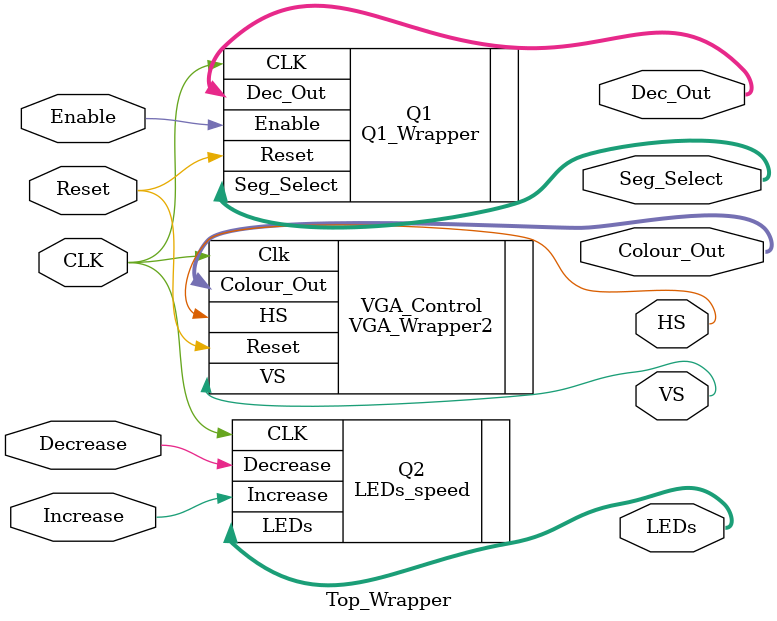
<source format=v>
`timescale 1ns / 1ps

module Top_Wrapper(
//    Q1.
    input CLK,
    input Enable,
    input Reset,
//    Q2.     
    input Increase,
    input Decrease,
//    Q1.    
    output [3:0] Seg_Select,
    output [7:0] Dec_Out,
//    Q2.
    output [3:0] LEDs,
//    Q4.
    output HS,
    output VS,
    output [11:0] Colour_Out
    );
    
    LEDs_speed Q2(
        .Increase(Increase),
        .Decrease(Decrease),
        .CLK(CLK),
        .LEDs(LEDs)
    );

    Q1_Wrapper Q1(
        .CLK(CLK),
        .Enable(Enable),
        .Reset(Reset),
        .Seg_Select(Seg_Select),
        .Dec_Out(Dec_Out)
    );
    
    VGA_Wrapper2 VGA_Control(
        .Clk(CLK),  
        .Reset(Reset),  
        .Colour_Out(Colour_Out),
        .HS(HS),
        .VS(VS)
    );
endmodule

</source>
